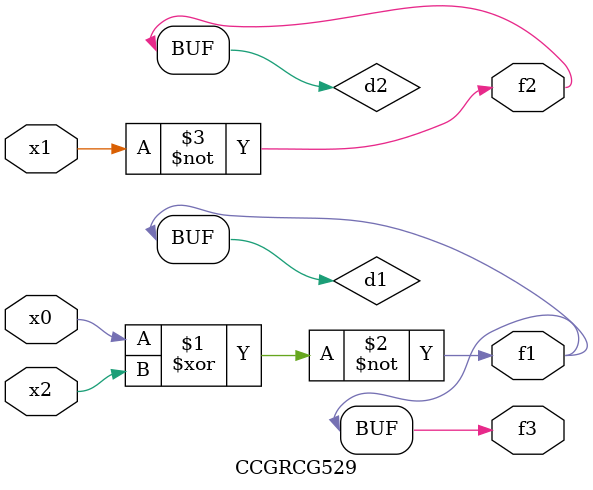
<source format=v>
module CCGRCG529(
	input x0, x1, x2,
	output f1, f2, f3
);

	wire d1, d2, d3;

	xnor (d1, x0, x2);
	nand (d2, x1);
	nor (d3, x1, x2);
	assign f1 = d1;
	assign f2 = d2;
	assign f3 = d1;
endmodule

</source>
